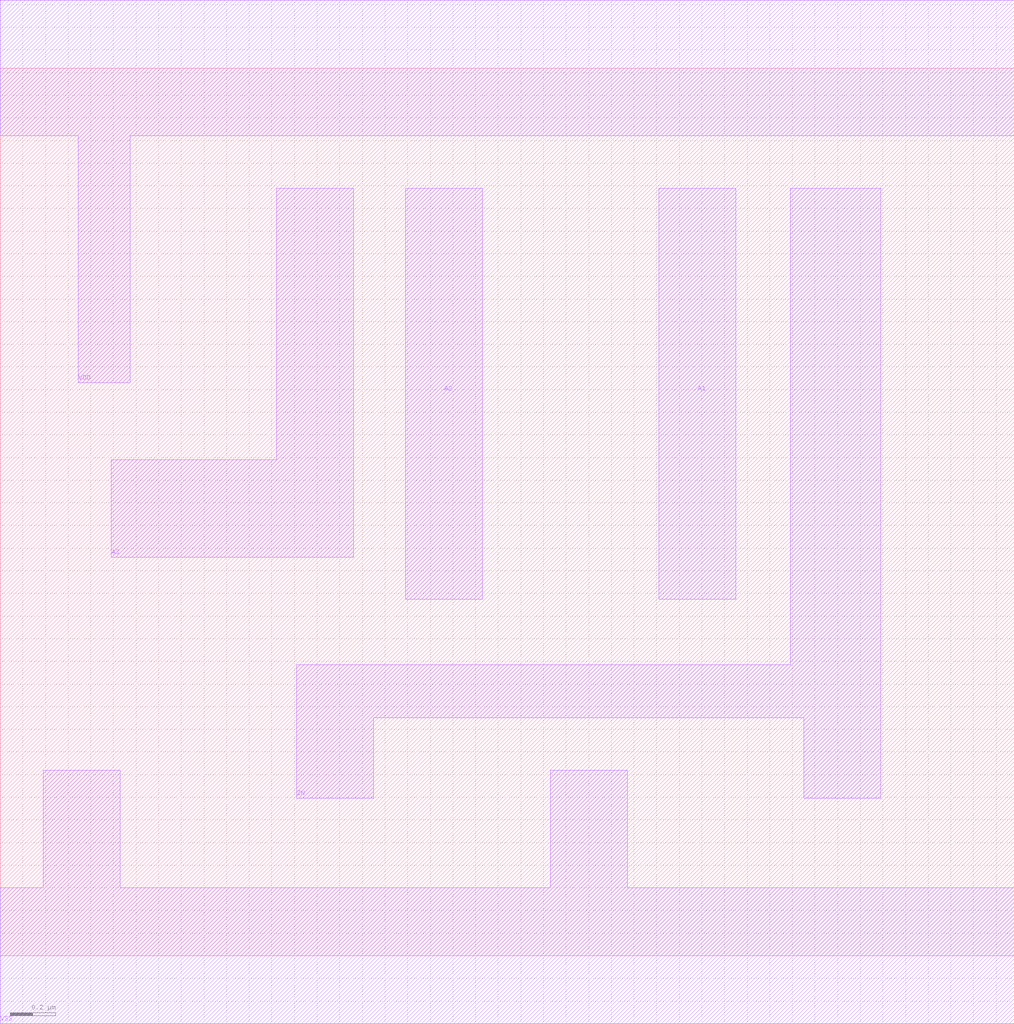
<source format=lef>
# Copyright 2022 GlobalFoundries PDK Authors
#
# Licensed under the Apache License, Version 2.0 (the "License");
# you may not use this file except in compliance with the License.
# You may obtain a copy of the License at
#
#      http://www.apache.org/licenses/LICENSE-2.0
#
# Unless required by applicable law or agreed to in writing, software
# distributed under the License is distributed on an "AS IS" BASIS,
# WITHOUT WARRANTIES OR CONDITIONS OF ANY KIND, either express or implied.
# See the License for the specific language governing permissions and
# limitations under the License.

MACRO gf180mcu_fd_sc_mcu7t5v0__nor3_1
  CLASS core ;
  FOREIGN gf180mcu_fd_sc_mcu7t5v0__nor3_1 0.0 0.0 ;
  ORIGIN 0 0 ;
  SYMMETRY X Y ;
  SITE GF018hv5v_mcu_sc7 ;
  SIZE 4.48 BY 3.92 ;
  PIN A1
    DIRECTION INPUT ;
    ANTENNAGATEAREA 0.889 ;
    PORT
      LAYER METAL1 ;
        POLYGON 2.91 1.575 3.25 1.575 3.25 3.39 2.91 3.39  ;
    END
  END A1
  PIN A2
    DIRECTION INPUT ;
    ANTENNAGATEAREA 0.889 ;
    PORT
      LAYER METAL1 ;
        POLYGON 1.79 1.575 2.13 1.575 2.13 3.39 1.79 3.39  ;
    END
  END A2
  PIN A3
    DIRECTION INPUT ;
    ANTENNAGATEAREA 0.889 ;
    PORT
      LAYER METAL1 ;
        POLYGON 0.49 1.76 1.56 1.76 1.56 3.39 1.22 3.39 1.22 2.19 0.49 2.19  ;
    END
  END A3
  PIN ZN
    DIRECTION OUTPUT ;
    ANTENNADIFFAREA 0.9832 ;
    PORT
      LAYER METAL1 ;
        POLYGON 1.31 0.695 1.65 0.695 1.65 1.05 3.55 1.05 3.55 0.695 3.89 0.695 3.89 3.39 3.49 3.39 3.49 1.285 1.31 1.285  ;
    END
  END ZN
  PIN VDD
    DIRECTION INOUT ;
    USE power ;
    SHAPE ABUTMENT ;
    PORT
      LAYER METAL1 ;
        POLYGON 0 3.62 0.345 3.62 0.345 2.53 0.575 2.53 0.575 3.62 4.48 3.62 4.48 4.22 0 4.22  ;
    END
  END VDD
  PIN VSS
    DIRECTION INOUT ;
    USE ground ;
    SHAPE ABUTMENT ;
    PORT
      LAYER METAL1 ;
        POLYGON 0 -0.3 4.48 -0.3 4.48 0.3 2.77 0.3 2.77 0.82 2.43 0.82 2.43 0.3 0.53 0.3 0.53 0.82 0.19 0.82 0.19 0.3 0 0.3  ;
    END
  END VSS
END gf180mcu_fd_sc_mcu7t5v0__nor3_1

</source>
